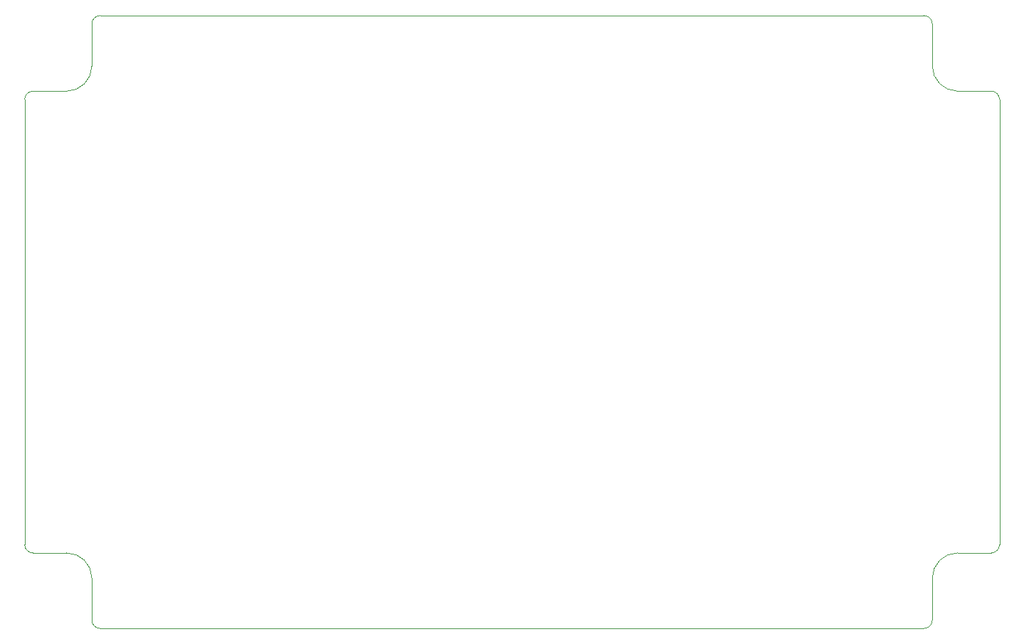
<source format=gbr>
%TF.GenerationSoftware,KiCad,Pcbnew,8.0.0*%
%TF.CreationDate,2024-03-26T17:27:08+01:00*%
%TF.ProjectId,som-exp-host,736f6d2d-6578-4702-9d68-6f73742e6b69,rev?*%
%TF.SameCoordinates,Original*%
%TF.FileFunction,Profile,NP*%
%FSLAX46Y46*%
G04 Gerber Fmt 4.6, Leading zero omitted, Abs format (unit mm)*
G04 Created by KiCad (PCBNEW 8.0.0) date 2024-03-26 17:27:08*
%MOMM*%
%LPD*%
G01*
G04 APERTURE LIST*
%TA.AperFunction,Profile*%
%ADD10C,0.050000*%
%TD*%
G04 APERTURE END LIST*
D10*
X94000000Y-51250000D02*
G75*
G02*
X95000000Y-50250000I1000000J0D01*
G01*
X194000000Y-117250000D02*
X194000000Y-122250000D01*
X95000000Y-123250000D02*
G75*
G02*
X94000000Y-122250000I0J1000000D01*
G01*
X94000000Y-56250000D02*
X94000000Y-51250000D01*
X94000000Y-56250000D02*
G75*
G02*
X91000000Y-59250000I-3000000J0D01*
G01*
X194000000Y-122250000D02*
G75*
G02*
X193000000Y-123250000I-1000000J0D01*
G01*
X91000000Y-114250000D02*
X87000000Y-114250000D01*
X201000000Y-59250000D02*
G75*
G02*
X202000000Y-60250000I0J-1000000D01*
G01*
X91000000Y-114250000D02*
G75*
G02*
X94000000Y-117250000I0J-3000000D01*
G01*
X87000000Y-114250000D02*
G75*
G02*
X86000000Y-113250000I0J1000000D01*
G01*
X197000000Y-59250000D02*
G75*
G02*
X194000000Y-56250000I0J3000000D01*
G01*
X202000000Y-60250000D02*
X202000000Y-113250000D01*
X193000000Y-123250000D02*
X95000000Y-123250000D01*
X202000000Y-113250000D02*
G75*
G02*
X201000000Y-114250000I-1000000J0D01*
G01*
X94000000Y-122250000D02*
X94000000Y-117250000D01*
X197000000Y-59250000D02*
X201000000Y-59250000D01*
X201000000Y-114250000D02*
X197000000Y-114250000D01*
X194000000Y-117250000D02*
G75*
G02*
X197000000Y-114250000I3000000J0D01*
G01*
X194000000Y-51250000D02*
X194000000Y-56250000D01*
X193000000Y-50250000D02*
G75*
G02*
X194000000Y-51250000I0J-1000000D01*
G01*
X87000000Y-59250000D02*
X91000000Y-59250000D01*
X86000000Y-113250000D02*
X86000000Y-60250000D01*
X95000000Y-50250000D02*
X193000000Y-50250000D01*
X86000000Y-60250000D02*
G75*
G02*
X87000000Y-59250000I1000000J0D01*
G01*
M02*

</source>
